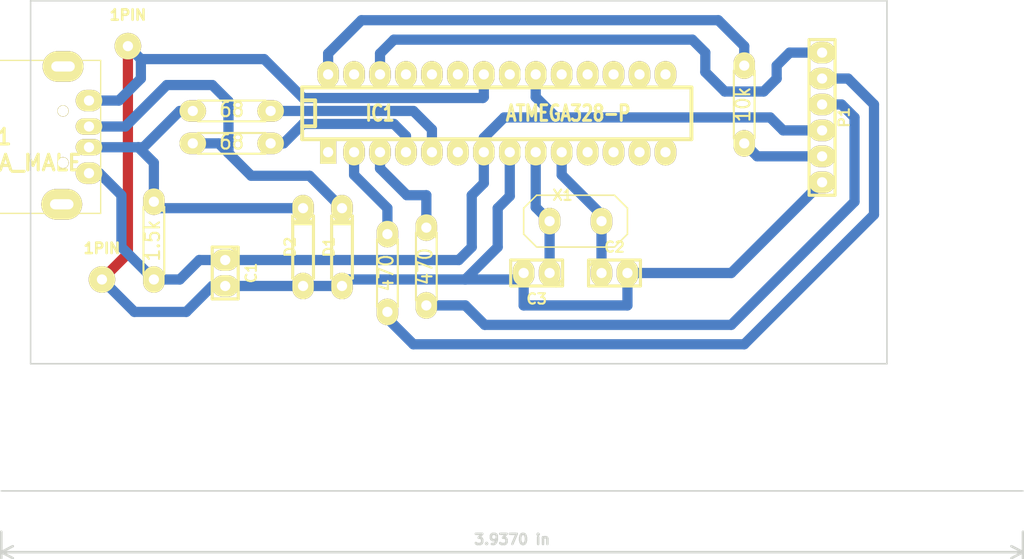
<source format=kicad_pcb>
(kicad_pcb (version 3) (host pcbnew "(2013-mar-13)-testing")

  (general
    (links 31)
    (no_connects 0)
    (area 92.091934 93.904999 186.765001 129.615001)
    (thickness 1.6)
    (drawings 6)
    (tracks 124)
    (zones 0)
    (modules 17)
    (nets 34)
  )

  (page A4)
  (layers
    (15 F.Cu signal hide)
    (0 B.Cu signal)
    (16 B.Adhes user hide)
    (17 F.Adhes user hide)
    (18 B.Paste user hide)
    (19 F.Paste user hide)
    (20 B.SilkS user hide)
    (21 F.SilkS user hide)
    (22 B.Mask user hide)
    (23 F.Mask user hide)
    (24 Dwgs.User user hide)
    (25 Cmts.User user hide)
    (26 Eco1.User user hide)
    (27 Eco2.User user hide)
    (28 Edge.Cuts user)
  )

  (setup
    (last_trace_width 0.254)
    (user_trace_width 1)
    (trace_clearance 0.254)
    (zone_clearance 0.508)
    (zone_45_only no)
    (trace_min 0.254)
    (segment_width 0.2)
    (edge_width 0.15)
    (via_size 0.889)
    (via_drill 0.635)
    (via_min_size 0.889)
    (via_min_drill 0.508)
    (uvia_size 0.508)
    (uvia_drill 0.127)
    (uvias_allowed no)
    (uvia_min_size 0.508)
    (uvia_min_drill 0.127)
    (pcb_text_width 0.3)
    (pcb_text_size 1 1)
    (mod_edge_width 0.15)
    (mod_text_size 1 1)
    (mod_text_width 0.15)
    (pad_size 2.6 2.6)
    (pad_drill 1)
    (pad_to_mask_clearance 0)
    (aux_axis_origin 0 0)
    (visible_elements FFFC1401)
    (pcbplotparams
      (layerselection 536838145)
      (usegerberextensions false)
      (excludeedgelayer false)
      (linewidth 0.100000)
      (plotframeref false)
      (viasonmask false)
      (mode 1)
      (useauxorigin false)
      (hpglpennumber 1)
      (hpglpenspeed 20)
      (hpglpendiameter 15)
      (hpglpenoverlay 2)
      (psnegative false)
      (psa4output true)
      (plotreference true)
      (plotvalue true)
      (plotothertext true)
      (plotinvisibletext false)
      (padsonsilk false)
      (subtractmaskfromsilk false)
      (outputformat 2)
      (mirror false)
      (drillshape 2)
      (scaleselection 1)
      (outputdirectory ""))
  )

  (net 0 "")
  (net 1 /CTS)
  (net 2 /DTR)
  (net 3 /RTS)
  (net 4 /RXD)
  (net 5 /TXD)
  (net 6 GND)
  (net 7 N-0000011)
  (net 8 N-0000012)
  (net 9 N-0000013)
  (net 10 N-0000014)
  (net 11 N-0000015)
  (net 12 N-0000016)
  (net 13 N-0000017)
  (net 14 N-0000018)
  (net 15 N-0000019)
  (net 16 N-000002)
  (net 17 N-0000020)
  (net 18 N-0000021)
  (net 19 N-0000022)
  (net 20 N-0000023)
  (net 21 N-0000024)
  (net 22 N-0000025)
  (net 23 N-0000026)
  (net 24 N-0000027)
  (net 25 N-0000028)
  (net 26 N-0000029)
  (net 27 N-000003)
  (net 28 N-0000030)
  (net 29 N-0000031)
  (net 30 N-0000032)
  (net 31 N-0000033)
  (net 32 N-000004)
  (net 33 VCC)

  (net_class Default "Ceci est la Netclass par défaut"
    (clearance 0.254)
    (trace_width 0.254)
    (via_dia 0.889)
    (via_drill 0.635)
    (uvia_dia 0.508)
    (uvia_drill 0.127)
    (add_net "")
    (add_net /CTS)
    (add_net /DTR)
    (add_net /RTS)
    (add_net /RXD)
    (add_net /TXD)
    (add_net GND)
    (add_net N-0000011)
    (add_net N-0000012)
    (add_net N-0000013)
    (add_net N-0000014)
    (add_net N-0000015)
    (add_net N-0000016)
    (add_net N-0000017)
    (add_net N-0000018)
    (add_net N-0000019)
    (add_net N-000002)
    (add_net N-0000020)
    (add_net N-0000021)
    (add_net N-0000022)
    (add_net N-0000023)
    (add_net N-0000024)
    (add_net N-0000025)
    (add_net N-0000026)
    (add_net N-0000027)
    (add_net N-0000028)
    (add_net N-0000029)
    (add_net N-000003)
    (add_net N-0000030)
    (add_net N-0000031)
    (add_net N-0000032)
    (add_net N-0000033)
    (add_net N-000004)
    (add_net VCC)
  )

  (module A_DIP-28 (layer F.Cu) (tedit 5263999F) (tstamp 5263A0A5)
    (at 148.5011 105.0036)
    (descr "28 pins DIL package")
    (path /5263776F)
    (fp_text reference IC1 (at -11.43 0) (layer F.SilkS)
      (effects (font (size 1.524 1.143) (thickness 0.28575)))
    )
    (fp_text value ATMEGA328-P (at 6.985 0) (layer F.SilkS)
      (effects (font (size 1.524 1.143) (thickness 0.28575)))
    )
    (fp_line (start -19.05 -2.54) (end 19.05 -2.54) (layer F.SilkS) (width 0.381))
    (fp_line (start 19.05 -2.54) (end 19.05 2.54) (layer F.SilkS) (width 0.381))
    (fp_line (start 19.05 2.54) (end -19.05 2.54) (layer F.SilkS) (width 0.381))
    (fp_line (start -19.05 2.54) (end -19.05 -2.54) (layer F.SilkS) (width 0.381))
    (fp_line (start -19.05 -1.27) (end -17.78 -1.27) (layer F.SilkS) (width 0.381))
    (fp_line (start -17.78 -1.27) (end -17.78 1.27) (layer F.SilkS) (width 0.381))
    (fp_line (start -17.78 1.27) (end -19.05 1.27) (layer F.SilkS) (width 0.381))
    (pad 2 thru_hole oval (at -13.97 3.81) (size 2.1 2.6) (drill 1)
      (layers *.Cu *.Mask F.SilkS)
      (net 9 N-0000013)
    )
    (pad 3 thru_hole oval (at -11.43 3.81) (size 2.1 2.6) (drill 1)
      (layers *.Cu *.Mask F.SilkS)
      (net 8 N-0000012)
    )
    (pad 4 thru_hole oval (at -8.89 3.81) (size 2.1 2.6) (drill 1)
      (layers *.Cu *.Mask F.SilkS)
      (net 16 N-000002)
    )
    (pad 5 thru_hole oval (at -6.35 3.81) (size 2.1 2.6) (drill 1)
      (layers *.Cu *.Mask F.SilkS)
      (net 26 N-0000029)
    )
    (pad 6 thru_hole oval (at -3.81 3.81) (size 2.1 2.6) (drill 1)
      (layers *.Cu *.Mask F.SilkS)
      (net 28 N-0000030)
    )
    (pad 7 thru_hole oval (at -1.27 3.81) (size 2.1 2.6) (drill 1)
      (layers *.Cu *.Mask F.SilkS)
      (net 33 VCC)
    )
    (pad 8 thru_hole oval (at 1.27 3.81) (size 2.1 2.6) (drill 1)
      (layers *.Cu *.Mask F.SilkS)
      (net 6 GND)
    )
    (pad 9 thru_hole oval (at 3.81 3.81) (size 2.1 2.6) (drill 1)
      (layers *.Cu *.Mask F.SilkS)
      (net 31 N-0000033)
    )
    (pad 10 thru_hole oval (at 6.35 3.81) (size 2.1 2.6) (drill 1)
      (layers *.Cu *.Mask F.SilkS)
      (net 23 N-0000026)
    )
    (pad 11 thru_hole oval (at 8.89 3.81) (size 2.1 2.6) (drill 1)
      (layers *.Cu *.Mask F.SilkS)
      (net 11 N-0000015)
    )
    (pad 12 thru_hole oval (at 11.43 3.81) (size 2.1 2.6) (drill 1)
      (layers *.Cu *.Mask F.SilkS)
      (net 13 N-0000017)
    )
    (pad 13 thru_hole oval (at 13.97 3.81) (size 2.1 2.6) (drill 1)
      (layers *.Cu *.Mask F.SilkS)
      (net 14 N-0000018)
    )
    (pad 14 thru_hole oval (at 16.51 3.81) (size 2.1 2.6) (drill 1)
      (layers *.Cu *.Mask F.SilkS)
      (net 17 N-0000020)
    )
    (pad 1 thru_hole rect (at -16.51 3.81) (size 1.5748 2.286) (drill 1)
      (layers *.Cu *.Mask F.SilkS)
      (net 25 N-0000028)
    )
    (pad 15 thru_hole oval (at 16.51 -3.81) (size 2.1 2.6) (drill 1)
      (layers *.Cu *.Mask F.SilkS)
      (net 18 N-0000021)
    )
    (pad 16 thru_hole oval (at 13.97 -3.81) (size 2.1 2.6) (drill 1)
      (layers *.Cu *.Mask F.SilkS)
      (net 20 N-0000023)
    )
    (pad 17 thru_hole oval (at 11.43 -3.81) (size 2.1 2.6) (drill 1)
      (layers *.Cu *.Mask F.SilkS)
      (net 21 N-0000024)
    )
    (pad 18 thru_hole oval (at 8.89 -3.81) (size 2.1 2.6) (drill 1)
      (layers *.Cu *.Mask F.SilkS)
      (net 22 N-0000025)
    )
    (pad 19 thru_hole oval (at 6.35 -3.81) (size 2.1 2.6) (drill 1)
      (layers *.Cu *.Mask F.SilkS)
      (net 24 N-0000027)
    )
    (pad 20 thru_hole oval (at 3.81 -3.81) (size 2.1 2.6) (drill 1)
      (layers *.Cu *.Mask F.SilkS)
      (net 33 VCC)
    )
    (pad 21 thru_hole oval (at 1.27 -3.81) (size 2.1 2.6) (drill 1)
      (layers *.Cu *.Mask F.SilkS)
      (net 12 N-0000016)
    )
    (pad 22 thru_hole oval (at -1.27 -3.81) (size 2.1 2.6) (drill 1)
      (layers *.Cu *.Mask F.SilkS)
      (net 6 GND)
    )
    (pad 23 thru_hole oval (at -3.81 -3.81) (size 2.1 2.6) (drill 1)
      (layers *.Cu *.Mask F.SilkS)
      (net 15 N-0000019)
    )
    (pad 24 thru_hole oval (at -6.35 -3.81) (size 2.1 2.6) (drill 1)
      (layers *.Cu *.Mask F.SilkS)
      (net 10 N-0000014)
    )
    (pad 25 thru_hole oval (at -8.89 -3.81) (size 2.1 2.6) (drill 1)
      (layers *.Cu *.Mask F.SilkS)
      (net 19 N-0000022)
    )
    (pad 26 thru_hole oval (at -11.43 -3.81) (size 2.1 2.6) (drill 1)
      (layers *.Cu *.Mask F.SilkS)
      (net 2 /DTR)
    )
    (pad 27 thru_hole oval (at -13.97 -3.81) (size 2.1 2.6) (drill 1)
      (layers *.Cu *.Mask F.SilkS)
      (net 3 /RTS)
    )
    (pad 28 thru_hole oval (at -16.51 -3.81) (size 2.1 2.6) (drill 1)
      (layers *.Cu *.Mask F.SilkS)
      (net 7 N-0000011)
    )
  )

  (module A_R3 (layer F.Cu) (tedit 52639C1D) (tstamp 5263A0D8)
    (at 172.72 104.14 270)
    (descr "Resitance 3 pas")
    (tags R)
    (path /526388E1)
    (autoplace_cost180 10)
    (fp_text reference R1 (at 0 -1.27 270) (layer F.SilkS) hide
      (effects (font (size 1.397 1.27) (thickness 0.2032)))
    )
    (fp_text value 10k (at 0 0.127 270) (layer F.SilkS)
      (effects (font (size 1.397 1.27) (thickness 0.2032)))
    )
    (fp_line (start -3.81 0) (end -3.302 0) (layer F.SilkS) (width 0.2032))
    (fp_line (start 3.81 0) (end 3.302 0) (layer F.SilkS) (width 0.2032))
    (fp_line (start 3.302 0) (end 3.302 -1.016) (layer F.SilkS) (width 0.2032))
    (fp_line (start 3.302 -1.016) (end -3.302 -1.016) (layer F.SilkS) (width 0.2032))
    (fp_line (start -3.302 -1.016) (end -3.302 1.016) (layer F.SilkS) (width 0.2032))
    (fp_line (start -3.302 1.016) (end 3.302 1.016) (layer F.SilkS) (width 0.2032))
    (fp_line (start 3.302 1.016) (end 3.302 0) (layer F.SilkS) (width 0.2032))
    (fp_line (start -3.302 -0.508) (end -2.794 -1.016) (layer F.SilkS) (width 0.2032))
    (pad 1 thru_hole oval (at -3.81 0 270) (size 2.6 2.1) (drill 1)
      (layers *.Cu *.Mask F.SilkS)
      (net 7 N-0000011)
    )
    (pad 2 thru_hole oval (at 3.81 0 270) (size 2.6 2.1) (drill 1)
      (layers *.Cu *.Mask F.SilkS)
      (net 1 /CTS)
    )
  )

  (module A_R3 (layer F.Cu) (tedit 5263A014) (tstamp 5263A0E6)
    (at 137.795 120.65 270)
    (descr "Resitance 3 pas")
    (tags R)
    (path /526386C3)
    (autoplace_cost180 10)
    (fp_text reference R2 (at 0 -1.27 270) (layer F.SilkS) hide
      (effects (font (size 1.397 1.27) (thickness 0.2032)))
    )
    (fp_text value 470 (at 0 0.127 270) (layer F.SilkS)
      (effects (font (size 1.397 1.27) (thickness 0.2032)))
    )
    (fp_line (start -3.81 0) (end -3.302 0) (layer F.SilkS) (width 0.2032))
    (fp_line (start 3.81 0) (end 3.302 0) (layer F.SilkS) (width 0.2032))
    (fp_line (start 3.302 0) (end 3.302 -1.016) (layer F.SilkS) (width 0.2032))
    (fp_line (start 3.302 -1.016) (end -3.302 -1.016) (layer F.SilkS) (width 0.2032))
    (fp_line (start -3.302 -1.016) (end -3.302 1.016) (layer F.SilkS) (width 0.2032))
    (fp_line (start -3.302 1.016) (end 3.302 1.016) (layer F.SilkS) (width 0.2032))
    (fp_line (start 3.302 1.016) (end 3.302 0) (layer F.SilkS) (width 0.2032))
    (fp_line (start -3.302 -0.508) (end -2.794 -1.016) (layer F.SilkS) (width 0.2032))
    (pad 1 thru_hole oval (at -3.81 0 270) (size 2.6 2.1) (drill 1)
      (layers *.Cu *.Mask F.SilkS)
      (net 9 N-0000013)
    )
    (pad 2 thru_hole oval (at 3.81 0 270) (size 2.6 2.1) (drill 1)
      (layers *.Cu *.Mask F.SilkS)
      (net 5 /TXD)
    )
  )

  (module A_R3 (layer F.Cu) (tedit 52639C1D) (tstamp 5263A0F4)
    (at 141.605 120.015 270)
    (descr "Resitance 3 pas")
    (tags R)
    (path /526386BD)
    (autoplace_cost180 10)
    (fp_text reference R3 (at 0 -1.27 270) (layer F.SilkS) hide
      (effects (font (size 1.397 1.27) (thickness 0.2032)))
    )
    (fp_text value 470 (at 0 0.127 270) (layer F.SilkS)
      (effects (font (size 1.397 1.27) (thickness 0.2032)))
    )
    (fp_line (start -3.81 0) (end -3.302 0) (layer F.SilkS) (width 0.2032))
    (fp_line (start 3.81 0) (end 3.302 0) (layer F.SilkS) (width 0.2032))
    (fp_line (start 3.302 0) (end 3.302 -1.016) (layer F.SilkS) (width 0.2032))
    (fp_line (start 3.302 -1.016) (end -3.302 -1.016) (layer F.SilkS) (width 0.2032))
    (fp_line (start -3.302 -1.016) (end -3.302 1.016) (layer F.SilkS) (width 0.2032))
    (fp_line (start -3.302 1.016) (end 3.302 1.016) (layer F.SilkS) (width 0.2032))
    (fp_line (start 3.302 1.016) (end 3.302 0) (layer F.SilkS) (width 0.2032))
    (fp_line (start -3.302 -0.508) (end -2.794 -1.016) (layer F.SilkS) (width 0.2032))
    (pad 1 thru_hole oval (at -3.81 0 270) (size 2.6 2.1) (drill 1)
      (layers *.Cu *.Mask F.SilkS)
      (net 8 N-0000012)
    )
    (pad 2 thru_hole oval (at 3.81 0 270) (size 2.6 2.1) (drill 1)
      (layers *.Cu *.Mask F.SilkS)
      (net 4 /RXD)
    )
  )

  (module A_R3 (layer F.Cu) (tedit 52639C1D) (tstamp 5263A102)
    (at 122.555 107.95 180)
    (descr "Resitance 3 pas")
    (tags R)
    (path /5263811A)
    (autoplace_cost180 10)
    (fp_text reference R4 (at 0 -1.27 180) (layer F.SilkS) hide
      (effects (font (size 1.397 1.27) (thickness 0.2032)))
    )
    (fp_text value 68 (at 0 0.127 180) (layer F.SilkS)
      (effects (font (size 1.397 1.27) (thickness 0.2032)))
    )
    (fp_line (start -3.81 0) (end -3.302 0) (layer F.SilkS) (width 0.2032))
    (fp_line (start 3.81 0) (end 3.302 0) (layer F.SilkS) (width 0.2032))
    (fp_line (start 3.302 0) (end 3.302 -1.016) (layer F.SilkS) (width 0.2032))
    (fp_line (start 3.302 -1.016) (end -3.302 -1.016) (layer F.SilkS) (width 0.2032))
    (fp_line (start -3.302 -1.016) (end -3.302 1.016) (layer F.SilkS) (width 0.2032))
    (fp_line (start -3.302 1.016) (end 3.302 1.016) (layer F.SilkS) (width 0.2032))
    (fp_line (start 3.302 1.016) (end 3.302 0) (layer F.SilkS) (width 0.2032))
    (fp_line (start -3.302 -0.508) (end -2.794 -1.016) (layer F.SilkS) (width 0.2032))
    (pad 1 thru_hole oval (at -3.81 0 180) (size 2.6 2.1) (drill 1)
      (layers *.Cu *.Mask F.SilkS)
      (net 16 N-000002)
    )
    (pad 2 thru_hole oval (at 3.81 0 180) (size 2.6 2.1) (drill 1)
      (layers *.Cu *.Mask F.SilkS)
      (net 32 N-000004)
    )
  )

  (module A_R3 (layer F.Cu) (tedit 52639C1D) (tstamp 5263A110)
    (at 122.555 104.775 180)
    (descr "Resitance 3 pas")
    (tags R)
    (path /5263810D)
    (autoplace_cost180 10)
    (fp_text reference R5 (at 0 -1.27 180) (layer F.SilkS) hide
      (effects (font (size 1.397 1.27) (thickness 0.2032)))
    )
    (fp_text value 68 (at 0 0.127 180) (layer F.SilkS)
      (effects (font (size 1.397 1.27) (thickness 0.2032)))
    )
    (fp_line (start -3.81 0) (end -3.302 0) (layer F.SilkS) (width 0.2032))
    (fp_line (start 3.81 0) (end 3.302 0) (layer F.SilkS) (width 0.2032))
    (fp_line (start 3.302 0) (end 3.302 -1.016) (layer F.SilkS) (width 0.2032))
    (fp_line (start 3.302 -1.016) (end -3.302 -1.016) (layer F.SilkS) (width 0.2032))
    (fp_line (start -3.302 -1.016) (end -3.302 1.016) (layer F.SilkS) (width 0.2032))
    (fp_line (start -3.302 1.016) (end 3.302 1.016) (layer F.SilkS) (width 0.2032))
    (fp_line (start 3.302 1.016) (end 3.302 0) (layer F.SilkS) (width 0.2032))
    (fp_line (start -3.302 -0.508) (end -2.794 -1.016) (layer F.SilkS) (width 0.2032))
    (pad 1 thru_hole oval (at -3.81 0 180) (size 2.6 2.1) (drill 1)
      (layers *.Cu *.Mask F.SilkS)
      (net 26 N-0000029)
    )
    (pad 2 thru_hole oval (at 3.81 0 180) (size 2.6 2.1) (drill 1)
      (layers *.Cu *.Mask F.SilkS)
      (net 27 N-000003)
    )
  )

  (module A_R3 (layer F.Cu) (tedit 52639C1D) (tstamp 5263A11E)
    (at 114.935 117.475 270)
    (descr "Resitance 3 pas")
    (tags R)
    (path /526382E7)
    (autoplace_cost180 10)
    (fp_text reference R6 (at 0 -1.27 270) (layer F.SilkS) hide
      (effects (font (size 1.397 1.27) (thickness 0.2032)))
    )
    (fp_text value 1.5k (at 0 0.127 270) (layer F.SilkS)
      (effects (font (size 1.397 1.27) (thickness 0.2032)))
    )
    (fp_line (start -3.81 0) (end -3.302 0) (layer F.SilkS) (width 0.2032))
    (fp_line (start 3.81 0) (end 3.302 0) (layer F.SilkS) (width 0.2032))
    (fp_line (start 3.302 0) (end 3.302 -1.016) (layer F.SilkS) (width 0.2032))
    (fp_line (start 3.302 -1.016) (end -3.302 -1.016) (layer F.SilkS) (width 0.2032))
    (fp_line (start -3.302 -1.016) (end -3.302 1.016) (layer F.SilkS) (width 0.2032))
    (fp_line (start -3.302 1.016) (end 3.302 1.016) (layer F.SilkS) (width 0.2032))
    (fp_line (start 3.302 1.016) (end 3.302 0) (layer F.SilkS) (width 0.2032))
    (fp_line (start -3.302 -0.508) (end -2.794 -1.016) (layer F.SilkS) (width 0.2032))
    (pad 1 thru_hole oval (at -3.81 0 270) (size 2.6 2.1) (drill 1)
      (layers *.Cu *.Mask F.SilkS)
      (net 27 N-000003)
    )
    (pad 2 thru_hole oval (at 3.81 0 270) (size 2.6 2.1) (drill 1)
      (layers *.Cu *.Mask F.SilkS)
      (net 33 VCC)
    )
  )

  (module A_PIN_ARRAY-6X1 (layer F.Cu) (tedit 52639F9A) (tstamp 5263A410)
    (at 180.34 105.41 270)
    (descr "Connecteur 6 pins")
    (tags "CONN DEV")
    (path /526386B0)
    (fp_text reference P1 (at 0 -2.159 270) (layer F.SilkS)
      (effects (font (size 1.016 1.016) (thickness 0.2032)))
    )
    (fp_text value CONN_6 (at 0 2.159 270) (layer F.SilkS) hide
      (effects (font (size 1.016 0.889) (thickness 0.2032)))
    )
    (fp_line (start -7.62 1.27) (end -7.62 -1.27) (layer F.SilkS) (width 0.3048))
    (fp_line (start -7.62 -1.27) (end 7.62 -1.27) (layer F.SilkS) (width 0.3048))
    (fp_line (start 7.62 -1.27) (end 7.62 1.27) (layer F.SilkS) (width 0.3048))
    (fp_line (start 7.62 1.27) (end -7.62 1.27) (layer F.SilkS) (width 0.3048))
    (pad 1 thru_hole oval (at -6.35 0 270) (size 2.1 2.6) (drill 1)
      (layers *.Cu *.Mask F.SilkS)
      (net 2 /DTR)
    )
    (pad 2 thru_hole oval (at -3.81 0 270) (size 2.1 2.6) (drill 1)
      (layers *.Cu *.Mask F.SilkS)
      (net 5 /TXD)
    )
    (pad 3 thru_hole oval (at -1.27 0 270) (size 2.1 2.6) (drill 1)
      (layers *.Cu *.Mask F.SilkS)
      (net 4 /RXD)
    )
    (pad 4 thru_hole oval (at 1.27 0 270) (size 2.1 2.6) (drill 1)
      (layers *.Cu *.Mask F.SilkS)
      (net 33 VCC)
    )
    (pad 5 thru_hole oval (at 3.81 0 270) (size 2.1 2.6) (drill 1)
      (layers *.Cu *.Mask F.SilkS)
      (net 1 /CTS)
    )
    (pad 6 thru_hole oval (at 6.35 0 270) (size 2.1 2.6) (drill 1)
      (layers *.Cu *.Mask F.SilkS)
      (net 6 GND)
    )
    (model pin_array/pins_array_6x1.wrl
      (at (xyz 0 0 0))
      (scale (xyz 1 1 1))
      (rotate (xyz 0 0 0))
    )
  )

  (module A_C1 (layer F.Cu) (tedit 5263A168) (tstamp 5263C163)
    (at 121.92 120.65 270)
    (descr "Condensateur e = 1 pas")
    (tags C)
    (path /526381F1)
    (fp_text reference C1 (at 0 -2.54 270) (layer F.SilkS)
      (effects (font (size 1.016 1.016) (thickness 0.2032)))
    )
    (fp_text value 0.1u (at 1.27 -1.27 270) (layer F.SilkS) hide
      (effects (font (size 1.016 1.016) (thickness 0.2032)))
    )
    (fp_line (start -2.4892 -1.27) (end 2.54 -1.27) (layer F.SilkS) (width 0.3048))
    (fp_line (start 2.54 -1.27) (end 2.54 1.27) (layer F.SilkS) (width 0.3048))
    (fp_line (start 2.54 1.27) (end -2.54 1.27) (layer F.SilkS) (width 0.3048))
    (fp_line (start -2.54 1.27) (end -2.54 -1.27) (layer F.SilkS) (width 0.3048))
    (fp_line (start -2.54 -0.635) (end -1.905 -1.27) (layer F.SilkS) (width 0.3048))
    (pad 1 thru_hole oval (at -1.27 0 270) (size 2.1 2.6) (drill 1)
      (layers *.Cu *.Mask F.SilkS)
      (net 33 VCC)
    )
    (pad 2 thru_hole oval (at 1.27 0 270) (size 2.1 2.6) (drill 1)
      (layers *.Cu *.Mask F.SilkS)
      (net 6 GND)
    )
    (model discret/capa_1_pas.wrl
      (at (xyz 0 0 0))
      (scale (xyz 1 1 1))
      (rotate (xyz 0 0 0))
    )
  )

  (module A_C1 (layer F.Cu) (tedit 5263A168) (tstamp 5263C16E)
    (at 160.02 120.65)
    (descr "Condensateur e = 1 pas")
    (tags C)
    (path /525EBBE9)
    (fp_text reference C2 (at 0 -2.54) (layer F.SilkS)
      (effects (font (size 1.016 1.016) (thickness 0.2032)))
    )
    (fp_text value 27p (at 1.27 -1.27) (layer F.SilkS) hide
      (effects (font (size 1.016 1.016) (thickness 0.2032)))
    )
    (fp_line (start -2.4892 -1.27) (end 2.54 -1.27) (layer F.SilkS) (width 0.3048))
    (fp_line (start 2.54 -1.27) (end 2.54 1.27) (layer F.SilkS) (width 0.3048))
    (fp_line (start 2.54 1.27) (end -2.54 1.27) (layer F.SilkS) (width 0.3048))
    (fp_line (start -2.54 1.27) (end -2.54 -1.27) (layer F.SilkS) (width 0.3048))
    (fp_line (start -2.54 -0.635) (end -1.905 -1.27) (layer F.SilkS) (width 0.3048))
    (pad 1 thru_hole oval (at -1.27 0) (size 2.1 2.6) (drill 1)
      (layers *.Cu *.Mask F.SilkS)
      (net 23 N-0000026)
    )
    (pad 2 thru_hole oval (at 1.27 0) (size 2.1 2.6) (drill 1)
      (layers *.Cu *.Mask F.SilkS)
      (net 6 GND)
    )
    (model discret/capa_1_pas.wrl
      (at (xyz 0 0 0))
      (scale (xyz 1 1 1))
      (rotate (xyz 0 0 0))
    )
  )

  (module A_C1 (layer F.Cu) (tedit 5263A168) (tstamp 5263C179)
    (at 152.4 120.65 180)
    (descr "Condensateur e = 1 pas")
    (tags C)
    (path /525EBC00)
    (fp_text reference C3 (at 0 -2.54 180) (layer F.SilkS)
      (effects (font (size 1.016 1.016) (thickness 0.2032)))
    )
    (fp_text value 27p (at 1.27 -1.27 180) (layer F.SilkS) hide
      (effects (font (size 1.016 1.016) (thickness 0.2032)))
    )
    (fp_line (start -2.4892 -1.27) (end 2.54 -1.27) (layer F.SilkS) (width 0.3048))
    (fp_line (start 2.54 -1.27) (end 2.54 1.27) (layer F.SilkS) (width 0.3048))
    (fp_line (start 2.54 1.27) (end -2.54 1.27) (layer F.SilkS) (width 0.3048))
    (fp_line (start -2.54 1.27) (end -2.54 -1.27) (layer F.SilkS) (width 0.3048))
    (fp_line (start -2.54 -0.635) (end -1.905 -1.27) (layer F.SilkS) (width 0.3048))
    (pad 1 thru_hole oval (at -1.27 0 180) (size 2.1 2.6) (drill 1)
      (layers *.Cu *.Mask F.SilkS)
      (net 31 N-0000033)
    )
    (pad 2 thru_hole oval (at 1.27 0 180) (size 2.1 2.6) (drill 1)
      (layers *.Cu *.Mask F.SilkS)
      (net 6 GND)
    )
    (model discret/capa_1_pas.wrl
      (at (xyz 0 0 0))
      (scale (xyz 1 1 1))
      (rotate (xyz 0 0 0))
    )
  )

  (module A_Quartz (layer F.Cu) (tedit 5263A397) (tstamp 5263C566)
    (at 154.94 115.57)
    (descr Quartz)
    (tags Q)
    (path /525EBBD0)
    (fp_text reference X1 (at 0 -2.54) (layer F.SilkS)
      (effects (font (size 1.016 1.016) (thickness 0.2032)))
    )
    (fp_text value CRYSTAL (at 1.27 -1.27) (layer F.SilkS) hide
      (effects (font (size 1.016 1.016) (thickness 0.2032)))
    )
    (fp_line (start 6.35 1.27) (end 6.35 -1.27) (layer F.SilkS) (width 0.15))
    (fp_line (start 6.35 -1.27) (end 5.08 -2.54) (layer F.SilkS) (width 0.15))
    (fp_line (start 5.08 -2.54) (end -2.54 -2.54) (layer F.SilkS) (width 0.15))
    (fp_line (start -2.54 -2.54) (end -3.81 -1.27) (layer F.SilkS) (width 0.15))
    (fp_line (start -3.81 -1.27) (end -3.81 1.27) (layer F.SilkS) (width 0.15))
    (fp_line (start -3.81 1.27) (end -2.54 2.54) (layer F.SilkS) (width 0.15))
    (fp_line (start -2.54 2.54) (end 5.08 2.54) (layer F.SilkS) (width 0.15))
    (fp_line (start 5.08 2.54) (end 6.35 1.27) (layer F.SilkS) (width 0.15))
    (pad 1 thru_hole oval (at -1.27 0) (size 2.1 2.6) (drill 1)
      (layers *.Cu *.Mask F.SilkS)
      (net 31 N-0000033)
    )
    (pad 2 thru_hole oval (at 3.81 0) (size 2.1 2.6) (drill 1)
      (layers *.Cu *.Mask F.SilkS)
      (net 23 N-0000026)
    )
  )

  (module A_D3 (layer F.Cu) (tedit 5263A7A4) (tstamp 5263CD55)
    (at 133.35 118.11 90)
    (descr "Diode 3 pas")
    (tags "DIODE DEV")
    (path /526383FB)
    (fp_text reference D1 (at 0 -1.27 90) (layer F.SilkS)
      (effects (font (size 1.016 1.016) (thickness 0.2032)))
    )
    (fp_text value 3.3 (at 0 0 90) (layer F.SilkS) hide
      (effects (font (size 1.016 1.016) (thickness 0.2032)))
    )
    (fp_line (start 3.81 0) (end 3.048 0) (layer F.SilkS) (width 0.3048))
    (fp_line (start 3.048 0) (end 3.048 -1.016) (layer F.SilkS) (width 0.3048))
    (fp_line (start 3.048 -1.016) (end -3.048 -1.016) (layer F.SilkS) (width 0.3048))
    (fp_line (start -3.048 -1.016) (end -3.048 0) (layer F.SilkS) (width 0.3048))
    (fp_line (start -3.048 0) (end -3.81 0) (layer F.SilkS) (width 0.3048))
    (fp_line (start -3.048 0) (end -3.048 1.016) (layer F.SilkS) (width 0.3048))
    (fp_line (start -3.048 1.016) (end 3.048 1.016) (layer F.SilkS) (width 0.3048))
    (fp_line (start 3.048 1.016) (end 3.048 0) (layer F.SilkS) (width 0.3048))
    (fp_line (start 2.54 -1.016) (end 2.54 1.016) (layer F.SilkS) (width 0.3048))
    (fp_line (start 2.286 1.016) (end 2.286 -1.016) (layer F.SilkS) (width 0.3048))
    (pad 2 thru_hole oval (at 3.81 0 90) (size 2.6 2.1) (drill 1)
      (layers *.Cu *.Mask F.SilkS)
      (net 32 N-000004)
    )
    (pad 1 thru_hole oval (at -3.81 0 90) (size 2.6 2.1) (drill 1)
      (layers *.Cu *.Mask F.SilkS)
      (net 6 GND)
    )
  )

  (module A_D3 (layer F.Cu) (tedit 5263A7A4) (tstamp 5263CD65)
    (at 129.54 118.11 90)
    (descr "Diode 3 pas")
    (tags "DIODE DEV")
    (path /526383CB)
    (fp_text reference D2 (at 0 -1.27 90) (layer F.SilkS)
      (effects (font (size 1.016 1.016) (thickness 0.2032)))
    )
    (fp_text value 3.3 (at 0 0 90) (layer F.SilkS) hide
      (effects (font (size 1.016 1.016) (thickness 0.2032)))
    )
    (fp_line (start 3.81 0) (end 3.048 0) (layer F.SilkS) (width 0.3048))
    (fp_line (start 3.048 0) (end 3.048 -1.016) (layer F.SilkS) (width 0.3048))
    (fp_line (start 3.048 -1.016) (end -3.048 -1.016) (layer F.SilkS) (width 0.3048))
    (fp_line (start -3.048 -1.016) (end -3.048 0) (layer F.SilkS) (width 0.3048))
    (fp_line (start -3.048 0) (end -3.81 0) (layer F.SilkS) (width 0.3048))
    (fp_line (start -3.048 0) (end -3.048 1.016) (layer F.SilkS) (width 0.3048))
    (fp_line (start -3.048 1.016) (end 3.048 1.016) (layer F.SilkS) (width 0.3048))
    (fp_line (start 3.048 1.016) (end 3.048 0) (layer F.SilkS) (width 0.3048))
    (fp_line (start 2.54 -1.016) (end 2.54 1.016) (layer F.SilkS) (width 0.3048))
    (fp_line (start 2.286 1.016) (end 2.286 -1.016) (layer F.SilkS) (width 0.3048))
    (pad 2 thru_hole oval (at 3.81 0 90) (size 2.6 2.1) (drill 1)
      (layers *.Cu *.Mask F.SilkS)
      (net 27 N-000003)
    )
    (pad 1 thru_hole oval (at -3.81 0 90) (size 2.6 2.1) (drill 1)
      (layers *.Cu *.Mask F.SilkS)
      (net 6 GND)
    )
  )

  (module A_USB_A_Male (layer F.Cu) (tedit 5263AFB1) (tstamp 5263E235)
    (at 108.585 107.315 180)
    (path /5263806D)
    (fp_text reference J1 (at 8.89 0 180) (layer F.SilkS)
      (effects (font (thickness 0.3048)))
    )
    (fp_text value USB_A_MALE (at 7.62 -2.54 180) (layer F.SilkS)
      (effects (font (thickness 0.3048)))
    )
    (fp_line (start -1.143 -7.493) (end 12.954 -7.493) (layer F.SilkS) (width 0.127))
    (fp_line (start 12.954 7.493) (end -1.143 7.493) (layer F.SilkS) (width 0.127))
    (fp_line (start -1.143 -7.493) (end -1.143 7.493) (layer F.SilkS) (width 0.127))
    (fp_line (start 12.954 -7.493) (end 12.954 7.493) (layer F.SilkS) (width 0.127))
    (pad 1 thru_hole oval (at 0 -3.556 180) (size 2.6 2.1) (drill 1)
      (layers *.Cu *.Mask F.SilkS)
      (net 33 VCC)
    )
    (pad 2 thru_hole oval (at 0 -1.016 180) (size 2.6 1.6) (drill 1)
      (layers *.Cu *.Mask F.SilkS)
      (net 27 N-000003)
    )
    (pad 3 thru_hole oval (at 0 1.016 180) (size 2.6 1.6) (drill 1)
      (layers *.Cu *.Mask F.SilkS)
      (net 32 N-000004)
    )
    (pad 4 thru_hole oval (at 0 3.556 180) (size 2.6 2.1) (drill 1)
      (layers *.Cu *.Mask F.SilkS)
      (net 6 GND)
    )
    (pad 6 thru_hole oval (at 2.667 -6.604 180) (size 4 3) (drill oval 2.3 1)
      (layers *.Cu *.Mask F.SilkS)
      (net 29 N-0000031)
    )
    (pad 5 thru_hole oval (at 2.54 6.9 180) (size 4 3) (drill oval 2.3 1)
      (layers *.Cu *.Mask F.SilkS)
      (net 30 N-0000032)
    )
    (pad "" thru_hole circle (at 2.54 -2.54 180) (size 1.1 1.1) (drill 1)
      (layers *.Cu *.Mask F.SilkS)
    )
    (pad "" thru_hole circle (at 2.54 2.54 180) (size 1.1 1.1) (drill 1)
      (layers *.Cu *.Mask F.SilkS)
    )
  )

  (module A_1pin (layer F.Cu) (tedit 5263CB57) (tstamp 5264FD13)
    (at 112.395 98.425)
    (descr "module 1 pin")
    (path 1pin)
    (fp_text reference 1PIN (at 0 -3.048) (layer F.SilkS)
      (effects (font (size 1.016 1.016) (thickness 0.254)))
    )
    (fp_text value P*** (at 0 2.794) (layer F.SilkS) hide
      (effects (font (size 1.016 1.016) (thickness 0.254)))
    )
    (pad 1 thru_hole circle (at 0 0) (size 2.6 2.6) (drill 1)
      (layers *.Cu *.Mask F.SilkS)
    )
  )

  (module A_1pin (layer F.Cu) (tedit 5263CB57) (tstamp 5264FD1C)
    (at 109.855 121.285)
    (descr "module 1 pin")
    (path 1pin)
    (fp_text reference 1PIN (at 0 -3.048) (layer F.SilkS)
      (effects (font (size 1.016 1.016) (thickness 0.254)))
    )
    (fp_text value P*** (at 0 2.794) (layer F.SilkS) hide
      (effects (font (size 1.016 1.016) (thickness 0.254)))
    )
    (pad 1 thru_hole circle (at 0 0) (size 2.6 2.6) (drill 1)
      (layers *.Cu *.Mask F.SilkS)
    )
  )

  (dimension 100 (width 0.25) (layer Edge.Cuts)
    (gr_text "100,000 mm" (at 150 149) (layer Edge.Cuts)
      (effects (font (size 1 1) (thickness 0.25)))
    )
    (feature1 (pts (xy 200 146) (xy 200 150)))
    (feature2 (pts (xy 100 146) (xy 100 150)))
    (crossbar (pts (xy 100 148) (xy 200 148)))
    (arrow1a (pts (xy 200 148) (xy 198.873496 148.586421)))
    (arrow1b (pts (xy 200 148) (xy 198.873496 147.413579)))
    (arrow2a (pts (xy 100 148) (xy 101.126504 148.586421)))
    (arrow2b (pts (xy 100 148) (xy 101.126504 147.413579)))
  )
  (gr_line (start 100 142) (end 200 142) (angle 90) (layer Edge.Cuts) (width 0.15))
  (gr_line (start 186.69 129.54) (end 186.69 93.98) (angle 90) (layer Edge.Cuts) (width 0.15))
  (gr_line (start 102.87 129.54) (end 186.69 129.54) (angle 90) (layer Edge.Cuts) (width 0.15))
  (gr_line (start 102.87 93.98) (end 102.87 129.54) (angle 90) (layer Edge.Cuts) (width 0.15))
  (gr_line (start 186.69 93.98) (end 102.87 93.98) (angle 90) (layer Edge.Cuts) (width 0.15))

  (segment (start 180.34 109.22) (end 173.99 109.22) (width 1) (layer B.Cu) (net 1))
  (segment (start 173.99 109.22) (end 172.72 107.95) (width 1) (layer B.Cu) (net 1) (tstamp 5263E72F))
  (segment (start 180.34 99.06) (end 177.165 99.06) (width 1) (layer B.Cu) (net 2))
  (segment (start 137.0711 99.1489) (end 137.0711 101.1936) (width 1) (layer B.Cu) (net 2) (tstamp 5263E74F))
  (segment (start 138.43 97.79) (end 137.0711 99.1489) (width 1) (layer B.Cu) (net 2) (tstamp 5263E74E))
  (segment (start 167.64 97.79) (end 138.43 97.79) (width 1) (layer B.Cu) (net 2) (tstamp 5263E74D))
  (segment (start 168.91 99.06) (end 167.64 97.79) (width 1) (layer B.Cu) (net 2) (tstamp 5263E74C))
  (segment (start 168.91 100.965) (end 168.91 99.06) (width 1) (layer B.Cu) (net 2) (tstamp 5263E74B))
  (segment (start 170.815 102.87) (end 168.91 100.965) (width 1) (layer B.Cu) (net 2) (tstamp 5263E74A))
  (segment (start 174.625 102.87) (end 170.815 102.87) (width 1) (layer B.Cu) (net 2) (tstamp 5263E749))
  (segment (start 175.895 101.6) (end 174.625 102.87) (width 1) (layer B.Cu) (net 2) (tstamp 5263E748))
  (segment (start 175.895 100.33) (end 175.895 101.6) (width 1) (layer B.Cu) (net 2) (tstamp 5263E747))
  (segment (start 177.165 99.06) (end 175.895 100.33) (width 1) (layer B.Cu) (net 2) (tstamp 5263E746))
  (segment (start 141.605 123.825) (end 145.415 123.825) (width 1) (layer B.Cu) (net 4))
  (segment (start 182.245 104.14) (end 180.34 104.14) (width 1) (layer B.Cu) (net 4) (tstamp 5263E710))
  (segment (start 183.515 105.41) (end 182.245 104.14) (width 1) (layer B.Cu) (net 4) (tstamp 5263E70F))
  (segment (start 183.515 113.665) (end 183.515 105.41) (width 1) (layer B.Cu) (net 4) (tstamp 5263E70D))
  (segment (start 171.45 125.73) (end 183.515 113.665) (width 1) (layer B.Cu) (net 4) (tstamp 5263E70B))
  (segment (start 147.32 125.73) (end 171.45 125.73) (width 1) (layer B.Cu) (net 4) (tstamp 5263E70A))
  (segment (start 145.415 123.825) (end 147.32 125.73) (width 1) (layer B.Cu) (net 4) (tstamp 5263E709))
  (segment (start 137.795 124.46) (end 137.795 125.095) (width 1) (layer B.Cu) (net 5))
  (segment (start 182.88 101.6) (end 180.34 101.6) (width 1) (layer B.Cu) (net 5) (tstamp 5263E71B))
  (segment (start 185.42 104.14) (end 182.88 101.6) (width 1) (layer B.Cu) (net 5) (tstamp 5263E71A))
  (segment (start 185.42 114.935) (end 185.42 104.14) (width 1) (layer B.Cu) (net 5) (tstamp 5263E718))
  (segment (start 172.72 127.635) (end 185.42 114.935) (width 1) (layer B.Cu) (net 5) (tstamp 5263E716))
  (segment (start 140.335 127.635) (end 172.72 127.635) (width 1) (layer B.Cu) (net 5) (tstamp 5263E715))
  (segment (start 137.795 125.095) (end 140.335 127.635) (width 1) (layer B.Cu) (net 5) (tstamp 5263E714))
  (segment (start 121.92 121.92) (end 120.65 121.92) (width 1) (layer B.Cu) (net 6))
  (segment (start 112.395 98.425) (end 113.665 99.695) (width 1) (layer B.Cu) (net 6) (tstamp 5263E774))
  (via (at 112.395 98.425) (size 0.889) (layers F.Cu B.Cu) (net 6))
  (segment (start 112.395 118.745) (end 112.395 98.425) (width 1) (layer F.Cu) (net 6) (tstamp 5263E772))
  (segment (start 109.855 121.285) (end 112.395 118.745) (width 1) (layer F.Cu) (net 6) (tstamp 5263E771))
  (via (at 109.855 121.285) (size 0.889) (layers F.Cu B.Cu) (net 6))
  (segment (start 113.03 124.46) (end 109.855 121.285) (width 1) (layer B.Cu) (net 6) (tstamp 5263E76F))
  (segment (start 118.11 124.46) (end 113.03 124.46) (width 1) (layer B.Cu) (net 6) (tstamp 5263E76E))
  (segment (start 120.65 121.92) (end 118.11 124.46) (width 1) (layer B.Cu) (net 6) (tstamp 5263E76D))
  (segment (start 108.585 103.759) (end 111.506 103.759) (width 1) (layer B.Cu) (net 6))
  (segment (start 111.506 103.759) (end 113.665 101.6) (width 1) (layer B.Cu) (net 6) (tstamp 5263E75D))
  (segment (start 113.665 101.6) (end 113.665 99.695) (width 1) (layer B.Cu) (net 6) (tstamp 5263E75E))
  (segment (start 129.54 103.505) (end 125.73 99.695) (width 1) (layer B.Cu) (net 6) (tstamp 5263E656))
  (segment (start 113.665 99.695) (end 125.73 99.695) (width 1) (layer B.Cu) (net 6) (tstamp 5263E75F))
  (segment (start 147.2311 103.4161) (end 147.2311 101.1936) (width 1) (layer B.Cu) (net 6))
  (segment (start 147.2311 103.4161) (end 147.1422 103.505) (width 1) (layer B.Cu) (net 6) (tstamp 5263E654))
  (segment (start 147.1422 103.505) (end 129.54 103.505) (width 1) (layer B.Cu) (net 6) (tstamp 5263E655))
  (segment (start 161.29 120.65) (end 171.45 120.65) (width 1) (layer B.Cu) (net 6))
  (segment (start 171.45 120.65) (end 180.34 111.76) (width 1) (layer B.Cu) (net 6) (tstamp 5263E6F5))
  (segment (start 151.13 120.65) (end 151.13 123.825) (width 1) (layer B.Cu) (net 6))
  (segment (start 161.29 123.825) (end 161.29 120.65) (width 1) (layer B.Cu) (net 6) (tstamp 5263E6E0))
  (segment (start 151.13 123.825) (end 161.29 123.825) (width 1) (layer B.Cu) (net 6) (tstamp 5263E6DF))
  (segment (start 145.415 121.285) (end 150.495 121.285) (width 1) (layer B.Cu) (net 6))
  (segment (start 150.495 121.285) (end 151.13 120.65) (width 1) (layer B.Cu) (net 6) (tstamp 5263E6DC))
  (segment (start 148.59 118.11) (end 148.59 114.3) (width 1) (layer B.Cu) (net 6))
  (segment (start 149.7711 113.1189) (end 149.7711 108.8136) (width 1) (layer B.Cu) (net 6) (tstamp 5263E6D6))
  (segment (start 148.59 114.3) (end 149.7711 113.1189) (width 1) (layer B.Cu) (net 6) (tstamp 5263E6D5))
  (segment (start 121.92 121.92) (end 129.54 121.92) (width 1) (layer B.Cu) (net 6))
  (segment (start 129.54 121.92) (end 133.35 121.92) (width 1) (layer B.Cu) (net 6) (tstamp 5263E6CC))
  (segment (start 133.35 121.92) (end 133.985 121.285) (width 1) (layer B.Cu) (net 6) (tstamp 5263E6CD))
  (segment (start 133.985 121.285) (end 145.415 121.285) (width 1) (layer B.Cu) (net 6) (tstamp 5263E6CE))
  (segment (start 145.415 121.285) (end 148.59 118.11) (width 1) (layer B.Cu) (net 6) (tstamp 5263E6CF))
  (segment (start 172.72 100.33) (end 172.72 98.425) (width 1) (layer B.Cu) (net 7))
  (segment (start 131.9911 99.1489) (end 131.9911 101.1936) (width 1) (layer B.Cu) (net 7) (tstamp 5263E755))
  (segment (start 135.255 95.885) (end 131.9911 99.1489) (width 1) (layer B.Cu) (net 7) (tstamp 5263E754))
  (segment (start 170.18 95.885) (end 135.255 95.885) (width 1) (layer B.Cu) (net 7) (tstamp 5263E753))
  (segment (start 172.72 98.425) (end 170.18 95.885) (width 1) (layer B.Cu) (net 7) (tstamp 5263E752))
  (segment (start 137.0711 108.8136) (end 137.0711 110.4011) (width 1) (layer B.Cu) (net 8))
  (segment (start 141.605 113.03) (end 141.605 116.205) (width 1) (layer B.Cu) (net 8) (tstamp 5263E68D))
  (segment (start 139.7 113.03) (end 141.605 113.03) (width 1) (layer B.Cu) (net 8) (tstamp 5263E68C))
  (segment (start 137.0711 110.4011) (end 139.7 113.03) (width 1) (layer B.Cu) (net 8) (tstamp 5263E68B))
  (segment (start 134.5311 108.8136) (end 134.5311 111.0361) (width 1) (layer B.Cu) (net 9))
  (segment (start 137.795 114.3) (end 137.795 116.84) (width 1) (layer B.Cu) (net 9) (tstamp 5263E688))
  (segment (start 134.5311 111.0361) (end 137.795 114.3) (width 1) (layer B.Cu) (net 9) (tstamp 5263E687))
  (segment (start 139.6111 108.8136) (end 139.6111 107.2261) (width 1) (layer B.Cu) (net 16))
  (segment (start 127.635 107.95) (end 126.365 107.95) (width 1) (layer B.Cu) (net 16) (tstamp 5263E667))
  (segment (start 129.54 106.045) (end 127.635 107.95) (width 1) (layer B.Cu) (net 16) (tstamp 5263E666))
  (segment (start 138.43 106.045) (end 129.54 106.045) (width 1) (layer B.Cu) (net 16) (tstamp 5263E665))
  (segment (start 139.6111 107.2261) (end 138.43 106.045) (width 1) (layer B.Cu) (net 16) (tstamp 5263E664))
  (segment (start 158.75 115.57) (end 158.75 120.65) (width 1) (layer B.Cu) (net 23))
  (segment (start 154.8511 108.8136) (end 154.8511 111.0361) (width 1) (layer B.Cu) (net 23))
  (segment (start 158.75 114.935) (end 158.75 115.57) (width 1) (layer B.Cu) (net 23) (tstamp 5263E6B4))
  (segment (start 154.8511 111.0361) (end 158.75 114.935) (width 1) (layer B.Cu) (net 23) (tstamp 5263E6B3))
  (segment (start 126.365 104.775) (end 140.335 104.775) (width 1) (layer B.Cu) (net 26))
  (segment (start 142.1511 106.5911) (end 142.1511 108.8136) (width 1) (layer B.Cu) (net 26) (tstamp 5263E65E))
  (segment (start 140.335 104.775) (end 142.1511 106.5911) (width 1) (layer B.Cu) (net 26) (tstamp 5263E65D))
  (segment (start 114.935 113.665) (end 114.935 109.855) (width 1) (layer B.Cu) (net 27))
  (segment (start 114.935 109.855) (end 113.411 108.331) (width 1) (layer B.Cu) (net 27) (tstamp 5263E67C))
  (segment (start 108.585 108.331) (end 113.411 108.331) (width 1) (layer B.Cu) (net 27))
  (segment (start 113.411 108.331) (end 113.919 108.331) (width 1) (layer B.Cu) (net 27) (tstamp 5263E67F))
  (segment (start 113.919 108.331) (end 117.475 104.775) (width 1) (layer B.Cu) (net 27) (tstamp 5263E678))
  (segment (start 117.475 104.775) (end 118.745 104.775) (width 1) (layer B.Cu) (net 27) (tstamp 5263E679))
  (segment (start 129.54 114.3) (end 115.57 114.3) (width 1) (layer B.Cu) (net 27))
  (segment (start 115.57 114.3) (end 114.935 113.665) (width 1) (layer B.Cu) (net 27) (tstamp 5263E64B))
  (segment (start 153.67 115.57) (end 153.67 120.65) (width 1) (layer B.Cu) (net 31))
  (segment (start 152.3111 108.8136) (end 152.3111 114.2111) (width 1) (layer B.Cu) (net 31))
  (segment (start 152.3111 114.2111) (end 153.67 115.57) (width 1) (layer B.Cu) (net 31) (tstamp 5263E6AC))
  (segment (start 122.2375 108.9025) (end 122.2375 103.8225) (width 1) (layer B.Cu) (net 32))
  (segment (start 112.141 106.299) (end 108.585 106.299) (width 1) (layer B.Cu) (net 32) (tstamp 5263E672))
  (segment (start 116.205 102.235) (end 112.141 106.299) (width 1) (layer B.Cu) (net 32) (tstamp 5263E671))
  (segment (start 120.65 102.235) (end 116.205 102.235) (width 1) (layer B.Cu) (net 32) (tstamp 5263E670))
  (segment (start 122.2375 103.8225) (end 120.65 102.235) (width 1) (layer B.Cu) (net 32) (tstamp 5263E66F))
  (segment (start 118.745 107.95) (end 121.285 107.95) (width 1) (layer B.Cu) (net 32))
  (segment (start 130.175 111.125) (end 133.35 114.3) (width 1) (layer B.Cu) (net 32) (tstamp 5263E647))
  (segment (start 124.46 111.125) (end 130.175 111.125) (width 1) (layer B.Cu) (net 32) (tstamp 5263E646))
  (segment (start 121.285 107.95) (end 122.2375 108.9025) (width 1) (layer B.Cu) (net 32) (tstamp 5263E645))
  (segment (start 122.2375 108.9025) (end 124.46 111.125) (width 1) (layer B.Cu) (net 32) (tstamp 5263E66D))
  (segment (start 147.2311 108.8136) (end 147.2311 107.4039) (width 1) (layer B.Cu) (net 33))
  (segment (start 149.225 105.41) (end 154.305 105.41) (width 1) (layer B.Cu) (net 33) (tstamp 5263E740))
  (segment (start 147.2311 107.4039) (end 149.225 105.41) (width 1) (layer B.Cu) (net 33) (tstamp 5263E73F))
  (segment (start 180.34 106.68) (end 176.53 106.68) (width 1) (layer B.Cu) (net 33))
  (segment (start 176.53 106.68) (end 175.26 105.41) (width 1) (layer B.Cu) (net 33) (tstamp 5263E732))
  (segment (start 175.26 105.41) (end 154.305 105.41) (width 1) (layer B.Cu) (net 33) (tstamp 5263E733))
  (segment (start 152.3111 103.4161) (end 152.3111 101.1936) (width 1) (layer B.Cu) (net 33) (tstamp 5263E735))
  (segment (start 154.305 105.41) (end 152.3111 103.4161) (width 1) (layer B.Cu) (net 33) (tstamp 5263E734))
  (segment (start 121.92 119.38) (end 144.78 119.38) (width 1) (layer B.Cu) (net 33))
  (segment (start 147.2311 111.8489) (end 147.2311 108.8136) (width 1) (layer B.Cu) (net 33) (tstamp 5263E6A3))
  (segment (start 146.05 113.03) (end 147.2311 111.8489) (width 1) (layer B.Cu) (net 33) (tstamp 5263E6A2))
  (segment (start 146.05 118.11) (end 146.05 113.03) (width 1) (layer B.Cu) (net 33) (tstamp 5263E6A1))
  (segment (start 144.78 119.38) (end 146.05 118.11) (width 1) (layer B.Cu) (net 33) (tstamp 5263E6A0))
  (segment (start 114.935 121.285) (end 117.475 121.285) (width 1) (layer B.Cu) (net 33))
  (segment (start 119.38 119.38) (end 121.92 119.38) (width 1) (layer B.Cu) (net 33) (tstamp 5263E69D))
  (segment (start 117.475 121.285) (end 119.38 119.38) (width 1) (layer B.Cu) (net 33) (tstamp 5263E69C))
  (segment (start 108.585 110.871) (end 109.601 110.871) (width 1) (layer B.Cu) (net 33))
  (segment (start 111.76 118.11) (end 114.935 121.285) (width 1) (layer B.Cu) (net 33) (tstamp 5263E693))
  (segment (start 111.76 113.03) (end 111.76 118.11) (width 1) (layer B.Cu) (net 33) (tstamp 5263E692))
  (segment (start 109.601 110.871) (end 111.76 113.03) (width 1) (layer B.Cu) (net 33) (tstamp 5263E691))

)

</source>
